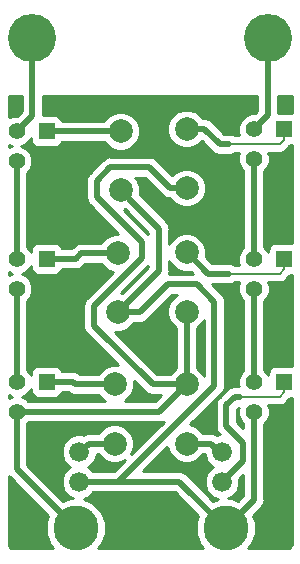
<source format=gbr>
G04 #@! TF.GenerationSoftware,KiCad,Pcbnew,5.0.2-5.fc29*
G04 #@! TF.CreationDate,2019-03-13T23:33:12-07:00*
G04 #@! TF.ProjectId,electroscope_pth,656c6563-7472-46f7-9363-6f70655f7074,rev?*
G04 #@! TF.SameCoordinates,Original*
G04 #@! TF.FileFunction,Copper,L1,Top*
G04 #@! TF.FilePolarity,Positive*
%FSLAX46Y46*%
G04 Gerber Fmt 4.6, Leading zero omitted, Abs format (unit mm)*
G04 Created by KiCad (PCBNEW 5.0.2-5.fc29) date Wed 13 Mar 2019 11:33:12 PM PDT*
%MOMM*%
%LPD*%
G01*
G04 APERTURE LIST*
G04 #@! TA.AperFunction,ComponentPad*
%ADD10C,1.397000*%
G04 #@! TD*
G04 #@! TA.AperFunction,ComponentPad*
%ADD11R,1.397000X1.397000*%
G04 #@! TD*
G04 #@! TA.AperFunction,ComponentPad*
%ADD12C,1.998980*%
G04 #@! TD*
G04 #@! TA.AperFunction,ComponentPad*
%ADD13C,1.676400*%
G04 #@! TD*
G04 #@! TA.AperFunction,ComponentPad*
%ADD14C,4.064000*%
G04 #@! TD*
G04 #@! TA.AperFunction,ComponentPad*
%ADD15C,3.810000*%
G04 #@! TD*
G04 #@! TA.AperFunction,Conductor*
%ADD16C,0.508000*%
G04 #@! TD*
G04 #@! TA.AperFunction,Conductor*
%ADD17C,0.203200*%
G04 #@! TD*
G04 #@! TA.AperFunction,NonConductor*
%ADD18C,0.254000*%
G04 #@! TD*
G04 APERTURE END LIST*
D10*
G04 #@! TO.P,Q5,1*
G04 #@! TO.N,Net-(Q3-Pad2)*
X128412500Y-81346040D03*
G04 #@! TO.P,Q5,2*
G04 #@! TO.N,Net-(Q5-Pad2)*
X128412500Y-78806040D03*
D11*
G04 #@! TO.P,Q5,3*
G04 #@! TO.N,Net-(Q5-Pad3)*
X130952500Y-78806040D03*
G04 #@! TD*
D10*
G04 #@! TO.P,Q2,1*
G04 #@! TO.N,Net-(Q2-Pad1)*
X148511000Y-81153000D03*
G04 #@! TO.P,Q2,2*
G04 #@! TO.N,Net-(Q2-Pad2)*
X148511000Y-78613000D03*
D11*
G04 #@! TO.P,Q2,3*
G04 #@! TO.N,Net-(Q2-Pad3)*
X151051000Y-78613000D03*
G04 #@! TD*
D10*
G04 #@! TO.P,Q1,1*
G04 #@! TO.N,VCC*
X128425200Y-102552500D03*
G04 #@! TO.P,Q1,2*
G04 #@! TO.N,Net-(Q1-Pad2)*
X128425200Y-100012500D03*
D11*
G04 #@! TO.P,Q1,3*
G04 #@! TO.N,Net-(Q1-Pad3)*
X130965200Y-100012500D03*
G04 #@! TD*
D10*
G04 #@! TO.P,Q4,1*
G04 #@! TO.N,Net-(Q4-Pad1)*
X148511000Y-92138500D03*
G04 #@! TO.P,Q4,2*
G04 #@! TO.N,Net-(Q2-Pad1)*
X148511000Y-89598500D03*
D11*
G04 #@! TO.P,Q4,3*
G04 #@! TO.N,Net-(Q4-Pad3)*
X151051000Y-89598500D03*
G04 #@! TD*
D10*
G04 #@! TO.P,Q6,1*
G04 #@! TO.N,GND*
X148511000Y-102552500D03*
G04 #@! TO.P,Q6,2*
G04 #@! TO.N,Net-(Q4-Pad1)*
X148511000Y-100012500D03*
D11*
G04 #@! TO.P,Q6,3*
G04 #@! TO.N,Net-(D2-Pad2)*
X151051000Y-100012500D03*
G04 #@! TD*
G04 #@! TO.P,Q3,3*
G04 #@! TO.N,Net-(Q3-Pad3)*
X130965200Y-89598500D03*
D10*
G04 #@! TO.P,Q3,2*
G04 #@! TO.N,Net-(Q3-Pad2)*
X128425200Y-89598500D03*
G04 #@! TO.P,Q3,1*
G04 #@! TO.N,Net-(Q1-Pad2)*
X128425200Y-92138500D03*
G04 #@! TD*
D12*
G04 #@! TO.P,R3,1*
G04 #@! TO.N,Net-(Q3-Pad3)*
X136969000Y-89131140D03*
G04 #@! TO.P,R3,2*
G04 #@! TO.N,GND*
X136969000Y-94132400D03*
G04 #@! TD*
D13*
G04 #@! TO.P,D1,1*
G04 #@! TO.N,Net-(D1-Pad1)*
X133716000Y-105950000D03*
G04 #@! TO.P,D1,2*
G04 #@! TO.N,GND*
X133716000Y-108490000D03*
G04 #@! TD*
G04 #@! TO.P,D2,1*
G04 #@! TO.N,Net-(D2-Pad1)*
X145812000Y-105950000D03*
G04 #@! TO.P,D2,2*
G04 #@! TO.N,Net-(D2-Pad2)*
X145812000Y-108490000D03*
G04 #@! TD*
D12*
G04 #@! TO.P,R1,1*
G04 #@! TO.N,Net-(Q1-Pad3)*
X136715000Y-100243640D03*
G04 #@! TO.P,R1,2*
G04 #@! TO.N,Net-(D1-Pad1)*
X136715000Y-105244900D03*
G04 #@! TD*
G04 #@! TO.P,R2,1*
G04 #@! TO.N,VCC*
X142811000Y-83601560D03*
G04 #@! TO.P,R2,2*
G04 #@! TO.N,Net-(Q2-Pad3)*
X142811000Y-78600300D03*
G04 #@! TD*
G04 #@! TO.P,R4,1*
G04 #@! TO.N,VCC*
X142811000Y-94066360D03*
G04 #@! TO.P,R4,2*
G04 #@! TO.N,Net-(Q4-Pad3)*
X142811000Y-89065100D03*
G04 #@! TD*
G04 #@! TO.P,R5,1*
G04 #@! TO.N,Net-(Q5-Pad3)*
X137223000Y-78806040D03*
G04 #@! TO.P,R5,2*
G04 #@! TO.N,GND*
X137223000Y-83807300D03*
G04 #@! TD*
G04 #@! TO.P,R6,1*
G04 #@! TO.N,VCC*
X142811000Y-100243640D03*
G04 #@! TO.P,R6,2*
G04 #@! TO.N,Net-(D2-Pad1)*
X142811000Y-105244900D03*
G04 #@! TD*
D14*
G04 #@! TO.P,U1,1*
G04 #@! TO.N,Net-(Q2-Pad2)*
X149705000Y-70866000D03*
G04 #@! TD*
G04 #@! TO.P,U2,1*
G04 #@! TO.N,Net-(Q5-Pad2)*
X129746000Y-70866000D03*
G04 #@! TD*
D15*
G04 #@! TO.P,BT1,2*
G04 #@! TO.N,GND*
X146113500Y-112400200D03*
G04 #@! TO.P,BT1,1*
G04 #@! TO.N,VCC*
X133413500Y-112400200D03*
G04 #@! TD*
D16*
G04 #@! TO.N,VCC*
X142811000Y-94066360D02*
X142811000Y-100243640D01*
X141397508Y-100243640D02*
X142811000Y-100243640D01*
X134937500Y-95250000D02*
X139931140Y-100243640D01*
X134937500Y-93599000D02*
X134937500Y-95250000D01*
X139001500Y-89535000D02*
X134937500Y-93599000D01*
X141397508Y-83601560D02*
X139634748Y-81838800D01*
X135191500Y-82994500D02*
X135191500Y-84391500D01*
X139931140Y-100243640D02*
X141397508Y-100243640D01*
X139634748Y-81838800D02*
X136347200Y-81838800D01*
X142811000Y-83601560D02*
X141397508Y-83601560D01*
X139001500Y-88201500D02*
X139001500Y-89535000D01*
X136347200Y-81838800D02*
X135191500Y-82994500D01*
X135191500Y-84391500D02*
X139001500Y-88201500D01*
X128425200Y-107411900D02*
X128425200Y-102552500D01*
X133413500Y-112400200D02*
X128425200Y-107411900D01*
X140502140Y-102552500D02*
X142811000Y-100243640D01*
X128425200Y-102552500D02*
X140502140Y-102552500D01*
G04 #@! TO.N,GND*
X138222489Y-84806789D02*
X137223000Y-83807300D01*
X140462000Y-87046300D02*
X138222489Y-84806789D01*
X136969000Y-94132400D02*
X138849100Y-94132400D01*
X138849100Y-94132400D02*
X141224000Y-91757500D01*
X141224000Y-91757500D02*
X143700500Y-91757500D01*
X136969000Y-94132400D02*
X140462000Y-90639400D01*
X140462000Y-90639400D02*
X140462000Y-87046300D01*
X145161000Y-93218000D02*
X145161000Y-100339002D01*
X143700500Y-91757500D02*
X145161000Y-93218000D01*
X142203300Y-108490000D02*
X146113500Y-112400200D01*
X133716000Y-108490000D02*
X142203300Y-108490000D01*
X148511000Y-110002700D02*
X148511000Y-102552500D01*
X146113500Y-112400200D02*
X148511000Y-110002700D01*
X137010002Y-108490000D02*
X145161000Y-100339002D01*
X133716000Y-108490000D02*
X137010002Y-108490000D01*
G04 #@! TO.N,Net-(D1-Pad1)*
X136715000Y-105244900D02*
X134531100Y-105244900D01*
X133826000Y-105950000D02*
X133716000Y-105950000D01*
X134531100Y-105244900D02*
X133826000Y-105950000D01*
G04 #@! TO.N,Net-(D2-Pad1)*
X142811000Y-105244900D02*
X144868900Y-105244900D01*
X145574000Y-105950000D02*
X145812000Y-105950000D01*
X144868900Y-105244900D02*
X145574000Y-105950000D01*
D17*
G04 #@! TO.N,Net-(D2-Pad2)*
X151051000Y-100914200D02*
X151051000Y-100012500D01*
X150682700Y-101282500D02*
X151051000Y-100914200D01*
X147320000Y-101282500D02*
X150682700Y-101282500D01*
D16*
X146875500Y-101282500D02*
X147320000Y-101282500D01*
X146177000Y-101981000D02*
X146875500Y-101282500D01*
X145812000Y-108490000D02*
X147574000Y-106728000D01*
X146177000Y-103759000D02*
X146177000Y-101981000D01*
X147574000Y-105156000D02*
X146177000Y-103759000D01*
X147574000Y-106728000D02*
X147574000Y-105156000D01*
G04 #@! TO.N,Net-(Q1-Pad2)*
X128425200Y-92138500D02*
X128425200Y-100012500D01*
G04 #@! TO.N,Net-(Q2-Pad2)*
X149705000Y-77419000D02*
X148511000Y-78613000D01*
X149705000Y-70866000D02*
X149705000Y-77419000D01*
G04 #@! TO.N,Net-(Q3-Pad2)*
X128412500Y-89585800D02*
X128425200Y-89598500D01*
X128412500Y-81346040D02*
X128412500Y-89585800D01*
G04 #@! TO.N,Net-(Q5-Pad2)*
X129746000Y-77472540D02*
X129746000Y-70866000D01*
X128412500Y-78806040D02*
X129746000Y-77472540D01*
G04 #@! TO.N,Net-(Q2-Pad1)*
X148511000Y-89598500D02*
X148511000Y-81153000D01*
G04 #@! TO.N,Net-(Q1-Pad3)*
X130965200Y-100012500D02*
X133159500Y-100012500D01*
X133390640Y-100243640D02*
X136715000Y-100243640D01*
X133159500Y-100012500D02*
X133390640Y-100243640D01*
G04 #@! TO.N,Net-(Q2-Pad3)*
X142811000Y-78600300D02*
X144322800Y-78600300D01*
X144322800Y-78600300D02*
X145605500Y-79883000D01*
D17*
X151051000Y-79514700D02*
X151051000Y-78613000D01*
X150682700Y-79883000D02*
X151051000Y-79514700D01*
X146431000Y-79883000D02*
X150682700Y-79883000D01*
D16*
X146431000Y-79883000D02*
X145605500Y-79883000D01*
G04 #@! TO.N,Net-(Q3-Pad3)*
X130965200Y-89598500D02*
X133413500Y-89598500D01*
X133880860Y-89131140D02*
X136969000Y-89131140D01*
X133413500Y-89598500D02*
X133880860Y-89131140D01*
D17*
G04 #@! TO.N,Net-(Q4-Pad3)*
X151051000Y-90500200D02*
X150682700Y-90868500D01*
X151051000Y-89598500D02*
X151051000Y-90500200D01*
X150682700Y-90868500D02*
X146431000Y-90868500D01*
D16*
X145986500Y-90868500D02*
X146431000Y-90868500D01*
X144614400Y-90868500D02*
X145986500Y-90868500D01*
X142811000Y-89065100D02*
X144614400Y-90868500D01*
G04 #@! TO.N,Net-(Q5-Pad3)*
X130952500Y-78806040D02*
X137223000Y-78806040D01*
G04 #@! TO.N,Net-(Q4-Pad1)*
X148511000Y-92138500D02*
X148511000Y-100012500D01*
G04 #@! TD*
D18*
G36*
X127784267Y-108052833D02*
X127858496Y-108102431D01*
X131101232Y-111345168D01*
X130873500Y-111894962D01*
X130873500Y-112905438D01*
X131260192Y-113838995D01*
X131544197Y-114123000D01*
X128146966Y-114123000D01*
X127957969Y-114085406D01*
X127854937Y-114016563D01*
X127786094Y-113913531D01*
X127748500Y-113724534D01*
X127748500Y-107999304D01*
X127784267Y-108052833D01*
X127784267Y-108052833D01*
G37*
X127784267Y-108052833D02*
X127858496Y-108102431D01*
X131101232Y-111345168D01*
X130873500Y-111894962D01*
X130873500Y-112905438D01*
X131260192Y-113838995D01*
X131544197Y-114123000D01*
X128146966Y-114123000D01*
X127957969Y-114085406D01*
X127854937Y-114016563D01*
X127786094Y-113913531D01*
X127748500Y-113724534D01*
X127748500Y-107999304D01*
X127784267Y-108052833D01*
G36*
X137010002Y-109396416D02*
X137097557Y-109379000D01*
X141835065Y-109379000D01*
X143801232Y-111345168D01*
X143573500Y-111894962D01*
X143573500Y-112905438D01*
X143960192Y-113838995D01*
X144244197Y-114123000D01*
X135282803Y-114123000D01*
X135566808Y-113838995D01*
X135953500Y-112905438D01*
X135953500Y-111894962D01*
X135566808Y-110961405D01*
X134852295Y-110246892D01*
X134088220Y-109930402D01*
X134550501Y-109738919D01*
X134910420Y-109379000D01*
X136922447Y-109379000D01*
X137010002Y-109396416D01*
X137010002Y-109396416D01*
G37*
X137010002Y-109396416D02*
X137097557Y-109379000D01*
X141835065Y-109379000D01*
X143801232Y-111345168D01*
X143573500Y-111894962D01*
X143573500Y-112905438D01*
X143960192Y-113838995D01*
X144244197Y-114123000D01*
X135282803Y-114123000D01*
X135566808Y-113838995D01*
X135953500Y-112905438D01*
X135953500Y-111894962D01*
X135566808Y-110961405D01*
X134852295Y-110246892D01*
X134088220Y-109930402D01*
X134550501Y-109738919D01*
X134910420Y-109379000D01*
X136922447Y-109379000D01*
X137010002Y-109396416D01*
G36*
X151715001Y-113724529D02*
X151677406Y-113913531D01*
X151608563Y-114016563D01*
X151505531Y-114085406D01*
X151316534Y-114123000D01*
X147982803Y-114123000D01*
X148266808Y-113838995D01*
X148653500Y-112905438D01*
X148653500Y-111894962D01*
X148425768Y-111345168D01*
X149077707Y-110693229D01*
X149151933Y-110643633D01*
X149348419Y-110349570D01*
X149400000Y-110090256D01*
X149400000Y-110090255D01*
X149417416Y-110002701D01*
X149400000Y-109915146D01*
X149400000Y-103549354D01*
X149641487Y-103307867D01*
X149844500Y-102817750D01*
X149844500Y-102287250D01*
X149733429Y-102019100D01*
X150610160Y-102019100D01*
X150682700Y-102033529D01*
X150755240Y-102019100D01*
X150755244Y-102019100D01*
X150970107Y-101976361D01*
X151213758Y-101813558D01*
X151254851Y-101752058D01*
X151520558Y-101486351D01*
X151582058Y-101445258D01*
X151640068Y-101358440D01*
X151715001Y-101358440D01*
X151715001Y-113724529D01*
X151715001Y-113724529D01*
G37*
X151715001Y-113724529D02*
X151677406Y-113913531D01*
X151608563Y-114016563D01*
X151505531Y-114085406D01*
X151316534Y-114123000D01*
X147982803Y-114123000D01*
X148266808Y-113838995D01*
X148653500Y-112905438D01*
X148653500Y-111894962D01*
X148425768Y-111345168D01*
X149077707Y-110693229D01*
X149151933Y-110643633D01*
X149348419Y-110349570D01*
X149400000Y-110090256D01*
X149400000Y-110090255D01*
X149417416Y-110002701D01*
X149400000Y-109915146D01*
X149400000Y-103549354D01*
X149641487Y-103307867D01*
X149844500Y-102817750D01*
X149844500Y-102287250D01*
X149733429Y-102019100D01*
X150610160Y-102019100D01*
X150682700Y-102033529D01*
X150755240Y-102019100D01*
X150755244Y-102019100D01*
X150970107Y-101976361D01*
X151213758Y-101813558D01*
X151254851Y-101752058D01*
X151520558Y-101486351D01*
X151582058Y-101445258D01*
X151640068Y-101358440D01*
X151715001Y-101358440D01*
X151715001Y-113724529D01*
G36*
X141425346Y-106170764D02*
X141885136Y-106630554D01*
X142485880Y-106879390D01*
X143136120Y-106879390D01*
X143736864Y-106630554D01*
X144196654Y-106170764D01*
X144211924Y-106133900D01*
X144338800Y-106133900D01*
X144338800Y-106243038D01*
X144563081Y-106784501D01*
X144977499Y-107198919D01*
X145028393Y-107220000D01*
X144977499Y-107241081D01*
X144563081Y-107655499D01*
X144338800Y-108196962D01*
X144338800Y-108783038D01*
X144563081Y-109324501D01*
X144977499Y-109738919D01*
X145439280Y-109930195D01*
X145058468Y-110087932D01*
X142893831Y-107923296D01*
X142844233Y-107849067D01*
X142550170Y-107652581D01*
X142290856Y-107601000D01*
X142290855Y-107601000D01*
X142203300Y-107583584D01*
X142115745Y-107601000D01*
X139156237Y-107601000D01*
X141179646Y-105577591D01*
X141425346Y-106170764D01*
X141425346Y-106170764D01*
G37*
X141425346Y-106170764D02*
X141885136Y-106630554D01*
X142485880Y-106879390D01*
X143136120Y-106879390D01*
X143736864Y-106630554D01*
X144196654Y-106170764D01*
X144211924Y-106133900D01*
X144338800Y-106133900D01*
X144338800Y-106243038D01*
X144563081Y-106784501D01*
X144977499Y-107198919D01*
X145028393Y-107220000D01*
X144977499Y-107241081D01*
X144563081Y-107655499D01*
X144338800Y-108196962D01*
X144338800Y-108783038D01*
X144563081Y-109324501D01*
X144977499Y-109738919D01*
X145439280Y-109930195D01*
X145058468Y-110087932D01*
X142893831Y-107923296D01*
X142844233Y-107849067D01*
X142550170Y-107652581D01*
X142290856Y-107601000D01*
X142290855Y-107601000D01*
X142203300Y-107583584D01*
X142115745Y-107601000D01*
X139156237Y-107601000D01*
X141179646Y-105577591D01*
X141425346Y-106170764D01*
G36*
X147622000Y-109634464D02*
X147168532Y-110087932D01*
X146618738Y-109860200D01*
X146353702Y-109860200D01*
X146646501Y-109738919D01*
X147060919Y-109324501D01*
X147285200Y-108783038D01*
X147285200Y-108274035D01*
X147622000Y-107937235D01*
X147622000Y-109634464D01*
X147622000Y-109634464D01*
G37*
X147622000Y-109634464D02*
X147168532Y-110087932D01*
X146618738Y-109860200D01*
X146353702Y-109860200D01*
X146646501Y-109738919D01*
X147060919Y-109324501D01*
X147285200Y-108783038D01*
X147285200Y-108274035D01*
X147622000Y-107937235D01*
X147622000Y-109634464D01*
G36*
X138120913Y-106121853D02*
X138349490Y-105570020D01*
X138349490Y-104919780D01*
X138100654Y-104319036D01*
X137640864Y-103859246D01*
X137040120Y-103610410D01*
X136389880Y-103610410D01*
X135789136Y-103859246D01*
X135329346Y-104319036D01*
X135314076Y-104355900D01*
X134618655Y-104355900D01*
X134531100Y-104338484D01*
X134443545Y-104355900D01*
X134443544Y-104355900D01*
X134184230Y-104407481D01*
X134053144Y-104495069D01*
X134009038Y-104476800D01*
X133422962Y-104476800D01*
X132881499Y-104701081D01*
X132467081Y-105115499D01*
X132242800Y-105656962D01*
X132242800Y-106243038D01*
X132467081Y-106784501D01*
X132881499Y-107198919D01*
X132932393Y-107220000D01*
X132881499Y-107241081D01*
X132467081Y-107655499D01*
X132242800Y-108196962D01*
X132242800Y-108783038D01*
X132467081Y-109324501D01*
X132881499Y-109738919D01*
X133174298Y-109860200D01*
X132908262Y-109860200D01*
X132358468Y-110087932D01*
X129314200Y-107043665D01*
X129314200Y-103549354D01*
X129422054Y-103441500D01*
X140414585Y-103441500D01*
X140502140Y-103458916D01*
X140589695Y-103441500D01*
X140589696Y-103441500D01*
X140849010Y-103389919D01*
X140860575Y-103382192D01*
X138120913Y-106121853D01*
X138120913Y-106121853D01*
G37*
X138120913Y-106121853D02*
X138349490Y-105570020D01*
X138349490Y-104919780D01*
X138100654Y-104319036D01*
X137640864Y-103859246D01*
X137040120Y-103610410D01*
X136389880Y-103610410D01*
X135789136Y-103859246D01*
X135329346Y-104319036D01*
X135314076Y-104355900D01*
X134618655Y-104355900D01*
X134531100Y-104338484D01*
X134443545Y-104355900D01*
X134443544Y-104355900D01*
X134184230Y-104407481D01*
X134053144Y-104495069D01*
X134009038Y-104476800D01*
X133422962Y-104476800D01*
X132881499Y-104701081D01*
X132467081Y-105115499D01*
X132242800Y-105656962D01*
X132242800Y-106243038D01*
X132467081Y-106784501D01*
X132881499Y-107198919D01*
X132932393Y-107220000D01*
X132881499Y-107241081D01*
X132467081Y-107655499D01*
X132242800Y-108196962D01*
X132242800Y-108783038D01*
X132467081Y-109324501D01*
X132881499Y-109738919D01*
X133174298Y-109860200D01*
X132908262Y-109860200D01*
X132358468Y-110087932D01*
X129314200Y-107043665D01*
X129314200Y-103549354D01*
X129422054Y-103441500D01*
X140414585Y-103441500D01*
X140502140Y-103458916D01*
X140589695Y-103441500D01*
X140589696Y-103441500D01*
X140849010Y-103389919D01*
X140860575Y-103382192D01*
X138120913Y-106121853D01*
G36*
X135329346Y-106170764D02*
X135789136Y-106630554D01*
X136389880Y-106879390D01*
X137040120Y-106879390D01*
X137591953Y-106650813D01*
X136641767Y-107601000D01*
X134910420Y-107601000D01*
X134550501Y-107241081D01*
X134499607Y-107220000D01*
X134550501Y-107198919D01*
X134964919Y-106784501D01*
X135189200Y-106243038D01*
X135189200Y-106133900D01*
X135314076Y-106133900D01*
X135329346Y-106170764D01*
X135329346Y-106170764D01*
G37*
X135329346Y-106170764D02*
X135789136Y-106630554D01*
X136389880Y-106879390D01*
X137040120Y-106879390D01*
X137591953Y-106650813D01*
X136641767Y-107601000D01*
X134910420Y-107601000D01*
X134550501Y-107241081D01*
X134499607Y-107220000D01*
X134550501Y-107198919D01*
X134964919Y-106784501D01*
X135189200Y-106243038D01*
X135189200Y-106133900D01*
X135314076Y-106133900D01*
X135329346Y-106170764D01*
G36*
X147177500Y-91873250D02*
X147177500Y-92403750D01*
X147380513Y-92893867D01*
X147622000Y-93135354D01*
X147622001Y-99015645D01*
X147380513Y-99257133D01*
X147177500Y-99747250D01*
X147177500Y-100277750D01*
X147225445Y-100393500D01*
X146963054Y-100393500D01*
X146875499Y-100376084D01*
X146787944Y-100393500D01*
X146528630Y-100445081D01*
X146234567Y-100641567D01*
X146184970Y-100715794D01*
X145610294Y-101290471D01*
X145536068Y-101340067D01*
X145486472Y-101414293D01*
X145486471Y-101414294D01*
X145339582Y-101634130D01*
X145270584Y-101981000D01*
X145288001Y-102068559D01*
X145288000Y-103671445D01*
X145270584Y-103759000D01*
X145288000Y-103846555D01*
X145339581Y-104105869D01*
X145536067Y-104399933D01*
X145610296Y-104449531D01*
X145637565Y-104476800D01*
X145518962Y-104476800D01*
X145395839Y-104527799D01*
X145215770Y-104407481D01*
X144956456Y-104355900D01*
X144956455Y-104355900D01*
X144868900Y-104338484D01*
X144781345Y-104355900D01*
X144211924Y-104355900D01*
X144196654Y-104319036D01*
X143736864Y-103859246D01*
X143143691Y-103613546D01*
X145727707Y-101029531D01*
X145801933Y-100979935D01*
X145998419Y-100685872D01*
X146050000Y-100426558D01*
X146050000Y-100426557D01*
X146067416Y-100339002D01*
X146050000Y-100251447D01*
X146050000Y-93305555D01*
X146067416Y-93218000D01*
X146050000Y-93130444D01*
X145998419Y-92871130D01*
X145801933Y-92577067D01*
X145727707Y-92527471D01*
X144957735Y-91757500D01*
X146518556Y-91757500D01*
X146777870Y-91705919D01*
X146928757Y-91605100D01*
X147288571Y-91605100D01*
X147177500Y-91873250D01*
X147177500Y-91873250D01*
G37*
X147177500Y-91873250D02*
X147177500Y-92403750D01*
X147380513Y-92893867D01*
X147622000Y-93135354D01*
X147622001Y-99015645D01*
X147380513Y-99257133D01*
X147177500Y-99747250D01*
X147177500Y-100277750D01*
X147225445Y-100393500D01*
X146963054Y-100393500D01*
X146875499Y-100376084D01*
X146787944Y-100393500D01*
X146528630Y-100445081D01*
X146234567Y-100641567D01*
X146184970Y-100715794D01*
X145610294Y-101290471D01*
X145536068Y-101340067D01*
X145486472Y-101414293D01*
X145486471Y-101414294D01*
X145339582Y-101634130D01*
X145270584Y-101981000D01*
X145288001Y-102068559D01*
X145288000Y-103671445D01*
X145270584Y-103759000D01*
X145288000Y-103846555D01*
X145339581Y-104105869D01*
X145536067Y-104399933D01*
X145610296Y-104449531D01*
X145637565Y-104476800D01*
X145518962Y-104476800D01*
X145395839Y-104527799D01*
X145215770Y-104407481D01*
X144956456Y-104355900D01*
X144956455Y-104355900D01*
X144868900Y-104338484D01*
X144781345Y-104355900D01*
X144211924Y-104355900D01*
X144196654Y-104319036D01*
X143736864Y-103859246D01*
X143143691Y-103613546D01*
X145727707Y-101029531D01*
X145801933Y-100979935D01*
X145998419Y-100685872D01*
X146050000Y-100426558D01*
X146050000Y-100426557D01*
X146067416Y-100339002D01*
X146050000Y-100251447D01*
X146050000Y-93305555D01*
X146067416Y-93218000D01*
X146050000Y-93130444D01*
X145998419Y-92871130D01*
X145801933Y-92577067D01*
X145727707Y-92527471D01*
X144957735Y-91757500D01*
X146518556Y-91757500D01*
X146777870Y-91705919D01*
X146928757Y-91605100D01*
X147288571Y-91605100D01*
X147177500Y-91873250D01*
G36*
X147177500Y-102287250D02*
X147177500Y-102817750D01*
X147380513Y-103307867D01*
X147622001Y-103549355D01*
X147622001Y-103946765D01*
X147066000Y-103390765D01*
X147066000Y-102349235D01*
X147212512Y-102202724D01*
X147177500Y-102287250D01*
X147177500Y-102287250D01*
G37*
X147177500Y-102287250D02*
X147177500Y-102817750D01*
X147380513Y-103307867D01*
X147622001Y-103549355D01*
X147622001Y-103946765D01*
X147066000Y-103390765D01*
X147066000Y-102349235D01*
X147212512Y-102202724D01*
X147177500Y-102287250D01*
G36*
X129619260Y-100711000D02*
X129668543Y-100958765D01*
X129808891Y-101168809D01*
X130018935Y-101309157D01*
X130266700Y-101358440D01*
X131663700Y-101358440D01*
X131911465Y-101309157D01*
X132121509Y-101168809D01*
X132261857Y-100958765D01*
X132273248Y-100901500D01*
X132775040Y-100901500D01*
X133043770Y-101081059D01*
X133303084Y-101132640D01*
X133303088Y-101132640D01*
X133390639Y-101150055D01*
X133478190Y-101132640D01*
X135314076Y-101132640D01*
X135329346Y-101169504D01*
X135789136Y-101629294D01*
X135871717Y-101663500D01*
X129422054Y-101663500D01*
X129180567Y-101422013D01*
X128843753Y-101282500D01*
X129180567Y-101142987D01*
X129555687Y-100767867D01*
X129619260Y-100614388D01*
X129619260Y-100711000D01*
X129619260Y-100711000D01*
G37*
X129619260Y-100711000D02*
X129668543Y-100958765D01*
X129808891Y-101168809D01*
X130018935Y-101309157D01*
X130266700Y-101358440D01*
X131663700Y-101358440D01*
X131911465Y-101309157D01*
X132121509Y-101168809D01*
X132261857Y-100958765D01*
X132273248Y-100901500D01*
X132775040Y-100901500D01*
X133043770Y-101081059D01*
X133303084Y-101132640D01*
X133303088Y-101132640D01*
X133390639Y-101150055D01*
X133478190Y-101132640D01*
X135314076Y-101132640D01*
X135329346Y-101169504D01*
X135789136Y-101629294D01*
X135871717Y-101663500D01*
X129422054Y-101663500D01*
X129180567Y-101422013D01*
X128843753Y-101282500D01*
X129180567Y-101142987D01*
X129555687Y-100767867D01*
X129619260Y-100614388D01*
X129619260Y-100711000D01*
G36*
X139240611Y-100810347D02*
X139290207Y-100884573D01*
X139584270Y-101081059D01*
X139843584Y-101132640D01*
X139843588Y-101132640D01*
X139931139Y-101150055D01*
X140018690Y-101132640D01*
X140664765Y-101132640D01*
X140133905Y-101663500D01*
X137558283Y-101663500D01*
X137640864Y-101629294D01*
X138100654Y-101169504D01*
X138349490Y-100568760D01*
X138349490Y-99919226D01*
X139240611Y-100810347D01*
X139240611Y-100810347D01*
G37*
X139240611Y-100810347D02*
X139290207Y-100884573D01*
X139584270Y-101081059D01*
X139843584Y-101132640D01*
X139843588Y-101132640D01*
X139931139Y-101150055D01*
X140018690Y-101132640D01*
X140664765Y-101132640D01*
X140133905Y-101663500D01*
X137558283Y-101663500D01*
X137640864Y-101629294D01*
X138100654Y-101169504D01*
X138349490Y-100568760D01*
X138349490Y-99919226D01*
X139240611Y-100810347D01*
G36*
X128006647Y-101282500D02*
X127748500Y-101389428D01*
X127748500Y-101175572D01*
X128006647Y-101282500D01*
X128006647Y-101282500D01*
G37*
X128006647Y-101282500D02*
X127748500Y-101389428D01*
X127748500Y-101175572D01*
X128006647Y-101282500D01*
G36*
X144272001Y-99499680D02*
X144196654Y-99317776D01*
X143736864Y-98857986D01*
X143700000Y-98842716D01*
X143700000Y-95467284D01*
X143736864Y-95452014D01*
X144196654Y-94992224D01*
X144272000Y-94810322D01*
X144272001Y-99499680D01*
X144272001Y-99499680D01*
G37*
X144272001Y-99499680D02*
X144196654Y-99317776D01*
X143736864Y-98857986D01*
X143700000Y-98842716D01*
X143700000Y-95467284D01*
X143736864Y-95452014D01*
X144196654Y-94992224D01*
X144272000Y-94810322D01*
X144272001Y-99499680D01*
G36*
X135583346Y-90057004D02*
X136043136Y-90516794D01*
X136551782Y-90727482D01*
X134370796Y-92908469D01*
X134296567Y-92958067D01*
X134100081Y-93252131D01*
X134091558Y-93294981D01*
X134031084Y-93599000D01*
X134048500Y-93686555D01*
X134048501Y-95162441D01*
X134031084Y-95250000D01*
X134071268Y-95452014D01*
X134100082Y-95596870D01*
X134296568Y-95890933D01*
X134370794Y-95940529D01*
X137039414Y-98609150D01*
X136389880Y-98609150D01*
X135789136Y-98857986D01*
X135329346Y-99317776D01*
X135314076Y-99354640D01*
X133775100Y-99354640D01*
X133506370Y-99175081D01*
X133247056Y-99123500D01*
X133247055Y-99123500D01*
X133159500Y-99106084D01*
X133071945Y-99123500D01*
X132273248Y-99123500D01*
X132261857Y-99066235D01*
X132121509Y-98856191D01*
X131911465Y-98715843D01*
X131663700Y-98666560D01*
X130266700Y-98666560D01*
X130018935Y-98715843D01*
X129808891Y-98856191D01*
X129668543Y-99066235D01*
X129619260Y-99314000D01*
X129619260Y-99410612D01*
X129555687Y-99257133D01*
X129314200Y-99015646D01*
X129314200Y-93135354D01*
X129555687Y-92893867D01*
X129758700Y-92403750D01*
X129758700Y-91873250D01*
X129555687Y-91383133D01*
X129180567Y-91008013D01*
X128843753Y-90868500D01*
X129180567Y-90728987D01*
X129555687Y-90353867D01*
X129619260Y-90200388D01*
X129619260Y-90297000D01*
X129668543Y-90544765D01*
X129808891Y-90754809D01*
X130018935Y-90895157D01*
X130266700Y-90944440D01*
X131663700Y-90944440D01*
X131911465Y-90895157D01*
X132121509Y-90754809D01*
X132261857Y-90544765D01*
X132273248Y-90487500D01*
X133325945Y-90487500D01*
X133413500Y-90504916D01*
X133501055Y-90487500D01*
X133501056Y-90487500D01*
X133760370Y-90435919D01*
X134054433Y-90239433D01*
X134104031Y-90165204D01*
X134249095Y-90020140D01*
X135568076Y-90020140D01*
X135583346Y-90057004D01*
X135583346Y-90057004D01*
G37*
X135583346Y-90057004D02*
X136043136Y-90516794D01*
X136551782Y-90727482D01*
X134370796Y-92908469D01*
X134296567Y-92958067D01*
X134100081Y-93252131D01*
X134091558Y-93294981D01*
X134031084Y-93599000D01*
X134048500Y-93686555D01*
X134048501Y-95162441D01*
X134031084Y-95250000D01*
X134071268Y-95452014D01*
X134100082Y-95596870D01*
X134296568Y-95890933D01*
X134370794Y-95940529D01*
X137039414Y-98609150D01*
X136389880Y-98609150D01*
X135789136Y-98857986D01*
X135329346Y-99317776D01*
X135314076Y-99354640D01*
X133775100Y-99354640D01*
X133506370Y-99175081D01*
X133247056Y-99123500D01*
X133247055Y-99123500D01*
X133159500Y-99106084D01*
X133071945Y-99123500D01*
X132273248Y-99123500D01*
X132261857Y-99066235D01*
X132121509Y-98856191D01*
X131911465Y-98715843D01*
X131663700Y-98666560D01*
X130266700Y-98666560D01*
X130018935Y-98715843D01*
X129808891Y-98856191D01*
X129668543Y-99066235D01*
X129619260Y-99314000D01*
X129619260Y-99410612D01*
X129555687Y-99257133D01*
X129314200Y-99015646D01*
X129314200Y-93135354D01*
X129555687Y-92893867D01*
X129758700Y-92403750D01*
X129758700Y-91873250D01*
X129555687Y-91383133D01*
X129180567Y-91008013D01*
X128843753Y-90868500D01*
X129180567Y-90728987D01*
X129555687Y-90353867D01*
X129619260Y-90200388D01*
X129619260Y-90297000D01*
X129668543Y-90544765D01*
X129808891Y-90754809D01*
X130018935Y-90895157D01*
X130266700Y-90944440D01*
X131663700Y-90944440D01*
X131911465Y-90895157D01*
X132121509Y-90754809D01*
X132261857Y-90544765D01*
X132273248Y-90487500D01*
X133325945Y-90487500D01*
X133413500Y-90504916D01*
X133501055Y-90487500D01*
X133501056Y-90487500D01*
X133760370Y-90435919D01*
X134054433Y-90239433D01*
X134104031Y-90165204D01*
X134249095Y-90020140D01*
X135568076Y-90020140D01*
X135583346Y-90057004D01*
G36*
X151715001Y-98666560D02*
X150352500Y-98666560D01*
X150104735Y-98715843D01*
X149894691Y-98856191D01*
X149754343Y-99066235D01*
X149705060Y-99314000D01*
X149705060Y-99410612D01*
X149641487Y-99257133D01*
X149400000Y-99015646D01*
X149400000Y-93135354D01*
X149641487Y-92893867D01*
X149844500Y-92403750D01*
X149844500Y-91873250D01*
X149733429Y-91605100D01*
X150610160Y-91605100D01*
X150682700Y-91619529D01*
X150755240Y-91605100D01*
X150755244Y-91605100D01*
X150970107Y-91562361D01*
X151213758Y-91399558D01*
X151254851Y-91338058D01*
X151520558Y-91072351D01*
X151582058Y-91031258D01*
X151640068Y-90944440D01*
X151715000Y-90944440D01*
X151715001Y-98666560D01*
X151715001Y-98666560D01*
G37*
X151715001Y-98666560D02*
X150352500Y-98666560D01*
X150104735Y-98715843D01*
X149894691Y-98856191D01*
X149754343Y-99066235D01*
X149705060Y-99314000D01*
X149705060Y-99410612D01*
X149641487Y-99257133D01*
X149400000Y-99015646D01*
X149400000Y-93135354D01*
X149641487Y-92893867D01*
X149844500Y-92403750D01*
X149844500Y-91873250D01*
X149733429Y-91605100D01*
X150610160Y-91605100D01*
X150682700Y-91619529D01*
X150755240Y-91605100D01*
X150755244Y-91605100D01*
X150970107Y-91562361D01*
X151213758Y-91399558D01*
X151254851Y-91338058D01*
X151520558Y-91072351D01*
X151582058Y-91031258D01*
X151640068Y-90944440D01*
X151715000Y-90944440D01*
X151715001Y-98666560D01*
G36*
X141885136Y-92680706D02*
X141425346Y-93140496D01*
X141176510Y-93741240D01*
X141176510Y-94391480D01*
X141425346Y-94992224D01*
X141885136Y-95452014D01*
X141922000Y-95467284D01*
X141922001Y-98842716D01*
X141885136Y-98857986D01*
X141425346Y-99317776D01*
X141410076Y-99354640D01*
X140299376Y-99354640D01*
X136711625Y-95766890D01*
X137294120Y-95766890D01*
X137894864Y-95518054D01*
X138354654Y-95058264D01*
X138369924Y-95021400D01*
X138761545Y-95021400D01*
X138849100Y-95038816D01*
X138936655Y-95021400D01*
X138936656Y-95021400D01*
X139195970Y-94969819D01*
X139490033Y-94773333D01*
X139539631Y-94699104D01*
X141592236Y-92646500D01*
X141967717Y-92646500D01*
X141885136Y-92680706D01*
X141885136Y-92680706D01*
G37*
X141885136Y-92680706D02*
X141425346Y-93140496D01*
X141176510Y-93741240D01*
X141176510Y-94391480D01*
X141425346Y-94992224D01*
X141885136Y-95452014D01*
X141922000Y-95467284D01*
X141922001Y-98842716D01*
X141885136Y-98857986D01*
X141425346Y-99317776D01*
X141410076Y-99354640D01*
X140299376Y-99354640D01*
X136711625Y-95766890D01*
X137294120Y-95766890D01*
X137894864Y-95518054D01*
X138354654Y-95058264D01*
X138369924Y-95021400D01*
X138761545Y-95021400D01*
X138849100Y-95038816D01*
X138936655Y-95021400D01*
X138936656Y-95021400D01*
X139195970Y-94969819D01*
X139490033Y-94773333D01*
X139539631Y-94699104D01*
X141592236Y-92646500D01*
X141967717Y-92646500D01*
X141885136Y-92680706D01*
G36*
X139573000Y-90271164D02*
X137330985Y-92513180D01*
X137295326Y-92498410D01*
X139568207Y-90225529D01*
X139573000Y-90222326D01*
X139573000Y-90271164D01*
X139573000Y-90271164D01*
G37*
X139573000Y-90271164D02*
X137330985Y-92513180D01*
X137295326Y-92498410D01*
X139568207Y-90225529D01*
X139573000Y-90222326D01*
X139573000Y-90271164D01*
G36*
X128006647Y-90868500D02*
X127748500Y-90975428D01*
X127748500Y-90761572D01*
X128006647Y-90868500D01*
X128006647Y-90868500D01*
G37*
X128006647Y-90868500D02*
X127748500Y-90975428D01*
X127748500Y-90761572D01*
X128006647Y-90868500D01*
G36*
X141425346Y-89990964D02*
X141885136Y-90450754D01*
X142485880Y-90699590D01*
X143136120Y-90699590D01*
X143172985Y-90684320D01*
X143357164Y-90868500D01*
X141322845Y-90868500D01*
X141351000Y-90726956D01*
X141351000Y-90726955D01*
X141368416Y-90639400D01*
X141351000Y-90551845D01*
X141351000Y-89811477D01*
X141425346Y-89990964D01*
X141425346Y-89990964D01*
G37*
X141425346Y-89990964D02*
X141885136Y-90450754D01*
X142485880Y-90699590D01*
X143136120Y-90699590D01*
X143172985Y-90684320D01*
X143357164Y-90868500D01*
X141322845Y-90868500D01*
X141351000Y-90726956D01*
X141351000Y-90726955D01*
X141368416Y-90639400D01*
X141351000Y-90551845D01*
X141351000Y-89811477D01*
X141425346Y-89990964D01*
G36*
X148816001Y-77050763D02*
X148587264Y-77279500D01*
X148245750Y-77279500D01*
X147755633Y-77482513D01*
X147380513Y-77857633D01*
X147177500Y-78347750D01*
X147177500Y-78878250D01*
X147288571Y-79146400D01*
X146928757Y-79146400D01*
X146777870Y-79045581D01*
X146518556Y-78994000D01*
X145973736Y-78994000D01*
X145013331Y-78033596D01*
X144963733Y-77959367D01*
X144669670Y-77762881D01*
X144410356Y-77711300D01*
X144410355Y-77711300D01*
X144322800Y-77693884D01*
X144235245Y-77711300D01*
X144211924Y-77711300D01*
X144196654Y-77674436D01*
X143736864Y-77214646D01*
X143136120Y-76965810D01*
X142485880Y-76965810D01*
X141885136Y-77214646D01*
X141425346Y-77674436D01*
X141176510Y-78275180D01*
X141176510Y-78925420D01*
X141425346Y-79526164D01*
X141885136Y-79985954D01*
X142485880Y-80234790D01*
X143136120Y-80234790D01*
X143736864Y-79985954D01*
X144094041Y-79628777D01*
X144914971Y-80449707D01*
X144964567Y-80523933D01*
X145258630Y-80720419D01*
X145517944Y-80772000D01*
X145517945Y-80772000D01*
X145605500Y-80789416D01*
X145693055Y-80772000D01*
X146518556Y-80772000D01*
X146777870Y-80720419D01*
X146928757Y-80619600D01*
X147288571Y-80619600D01*
X147177500Y-80887750D01*
X147177500Y-81418250D01*
X147380513Y-81908367D01*
X147622001Y-82149855D01*
X147622000Y-88601646D01*
X147380513Y-88843133D01*
X147177500Y-89333250D01*
X147177500Y-89863750D01*
X147288571Y-90131900D01*
X146928757Y-90131900D01*
X146777870Y-90031081D01*
X146518556Y-89979500D01*
X144982636Y-89979500D01*
X144430220Y-89427085D01*
X144445490Y-89390220D01*
X144445490Y-88739980D01*
X144196654Y-88139236D01*
X143736864Y-87679446D01*
X143136120Y-87430610D01*
X142485880Y-87430610D01*
X141885136Y-87679446D01*
X141425346Y-88139236D01*
X141351000Y-88318723D01*
X141351000Y-87133855D01*
X141368416Y-87046300D01*
X141351000Y-86958744D01*
X141299419Y-86699430D01*
X141102933Y-86405367D01*
X141028707Y-86355771D01*
X138913020Y-84240085D01*
X138913018Y-84240082D01*
X138842220Y-84169284D01*
X138857490Y-84132420D01*
X138857490Y-83482180D01*
X138608654Y-82881436D01*
X138455018Y-82727800D01*
X139266513Y-82727800D01*
X140706979Y-84168267D01*
X140756575Y-84242493D01*
X141050638Y-84438979D01*
X141309952Y-84490560D01*
X141397507Y-84507976D01*
X141415784Y-84504340D01*
X141425346Y-84527424D01*
X141885136Y-84987214D01*
X142485880Y-85236050D01*
X143136120Y-85236050D01*
X143736864Y-84987214D01*
X144196654Y-84527424D01*
X144445490Y-83926680D01*
X144445490Y-83276440D01*
X144196654Y-82675696D01*
X143736864Y-82215906D01*
X143136120Y-81967070D01*
X142485880Y-81967070D01*
X141885136Y-82215906D01*
X141577113Y-82523929D01*
X140325279Y-81272096D01*
X140275681Y-81197867D01*
X139981618Y-81001381D01*
X139722304Y-80949800D01*
X139722303Y-80949800D01*
X139634748Y-80932384D01*
X139547193Y-80949800D01*
X136434756Y-80949800D01*
X136347200Y-80932384D01*
X136000329Y-81001381D01*
X135801983Y-81133912D01*
X135706267Y-81197867D01*
X135656671Y-81272094D01*
X134624796Y-82303969D01*
X134550567Y-82353567D01*
X134354081Y-82647631D01*
X134330906Y-82764141D01*
X134285084Y-82994500D01*
X134302500Y-83082055D01*
X134302501Y-84303941D01*
X134285084Y-84391500D01*
X134353046Y-84733164D01*
X134354082Y-84738370D01*
X134550568Y-85032433D01*
X134624794Y-85082029D01*
X137039414Y-87496650D01*
X136643880Y-87496650D01*
X136043136Y-87745486D01*
X135583346Y-88205276D01*
X135568076Y-88242140D01*
X133968415Y-88242140D01*
X133880860Y-88224724D01*
X133793305Y-88242140D01*
X133793304Y-88242140D01*
X133533990Y-88293721D01*
X133239927Y-88490207D01*
X133190329Y-88564436D01*
X133045265Y-88709500D01*
X132273248Y-88709500D01*
X132261857Y-88652235D01*
X132121509Y-88442191D01*
X131911465Y-88301843D01*
X131663700Y-88252560D01*
X130266700Y-88252560D01*
X130018935Y-88301843D01*
X129808891Y-88442191D01*
X129668543Y-88652235D01*
X129619260Y-88900000D01*
X129619260Y-88996612D01*
X129555687Y-88843133D01*
X129301500Y-88588946D01*
X129301500Y-82342894D01*
X129542987Y-82101407D01*
X129746000Y-81611290D01*
X129746000Y-81080790D01*
X129542987Y-80590673D01*
X129167867Y-80215553D01*
X128831053Y-80076040D01*
X129167867Y-79936527D01*
X129542987Y-79561407D01*
X129606560Y-79407928D01*
X129606560Y-79504540D01*
X129655843Y-79752305D01*
X129796191Y-79962349D01*
X130006235Y-80102697D01*
X130254000Y-80151980D01*
X131651000Y-80151980D01*
X131898765Y-80102697D01*
X132108809Y-79962349D01*
X132249157Y-79752305D01*
X132260548Y-79695040D01*
X135822076Y-79695040D01*
X135837346Y-79731904D01*
X136297136Y-80191694D01*
X136897880Y-80440530D01*
X137548120Y-80440530D01*
X138148864Y-80191694D01*
X138608654Y-79731904D01*
X138857490Y-79131160D01*
X138857490Y-78480920D01*
X138608654Y-77880176D01*
X138148864Y-77420386D01*
X137548120Y-77171550D01*
X136897880Y-77171550D01*
X136297136Y-77420386D01*
X135837346Y-77880176D01*
X135822076Y-77917040D01*
X132260548Y-77917040D01*
X132249157Y-77859775D01*
X132108809Y-77649731D01*
X131898765Y-77509383D01*
X131651000Y-77460100D01*
X130649941Y-77460100D01*
X130635000Y-77384985D01*
X130635000Y-75819000D01*
X148816001Y-75819000D01*
X148816001Y-77050763D01*
X148816001Y-77050763D01*
G37*
X148816001Y-77050763D02*
X148587264Y-77279500D01*
X148245750Y-77279500D01*
X147755633Y-77482513D01*
X147380513Y-77857633D01*
X147177500Y-78347750D01*
X147177500Y-78878250D01*
X147288571Y-79146400D01*
X146928757Y-79146400D01*
X146777870Y-79045581D01*
X146518556Y-78994000D01*
X145973736Y-78994000D01*
X145013331Y-78033596D01*
X144963733Y-77959367D01*
X144669670Y-77762881D01*
X144410356Y-77711300D01*
X144410355Y-77711300D01*
X144322800Y-77693884D01*
X144235245Y-77711300D01*
X144211924Y-77711300D01*
X144196654Y-77674436D01*
X143736864Y-77214646D01*
X143136120Y-76965810D01*
X142485880Y-76965810D01*
X141885136Y-77214646D01*
X141425346Y-77674436D01*
X141176510Y-78275180D01*
X141176510Y-78925420D01*
X141425346Y-79526164D01*
X141885136Y-79985954D01*
X142485880Y-80234790D01*
X143136120Y-80234790D01*
X143736864Y-79985954D01*
X144094041Y-79628777D01*
X144914971Y-80449707D01*
X144964567Y-80523933D01*
X145258630Y-80720419D01*
X145517944Y-80772000D01*
X145517945Y-80772000D01*
X145605500Y-80789416D01*
X145693055Y-80772000D01*
X146518556Y-80772000D01*
X146777870Y-80720419D01*
X146928757Y-80619600D01*
X147288571Y-80619600D01*
X147177500Y-80887750D01*
X147177500Y-81418250D01*
X147380513Y-81908367D01*
X147622001Y-82149855D01*
X147622000Y-88601646D01*
X147380513Y-88843133D01*
X147177500Y-89333250D01*
X147177500Y-89863750D01*
X147288571Y-90131900D01*
X146928757Y-90131900D01*
X146777870Y-90031081D01*
X146518556Y-89979500D01*
X144982636Y-89979500D01*
X144430220Y-89427085D01*
X144445490Y-89390220D01*
X144445490Y-88739980D01*
X144196654Y-88139236D01*
X143736864Y-87679446D01*
X143136120Y-87430610D01*
X142485880Y-87430610D01*
X141885136Y-87679446D01*
X141425346Y-88139236D01*
X141351000Y-88318723D01*
X141351000Y-87133855D01*
X141368416Y-87046300D01*
X141351000Y-86958744D01*
X141299419Y-86699430D01*
X141102933Y-86405367D01*
X141028707Y-86355771D01*
X138913020Y-84240085D01*
X138913018Y-84240082D01*
X138842220Y-84169284D01*
X138857490Y-84132420D01*
X138857490Y-83482180D01*
X138608654Y-82881436D01*
X138455018Y-82727800D01*
X139266513Y-82727800D01*
X140706979Y-84168267D01*
X140756575Y-84242493D01*
X141050638Y-84438979D01*
X141309952Y-84490560D01*
X141397507Y-84507976D01*
X141415784Y-84504340D01*
X141425346Y-84527424D01*
X141885136Y-84987214D01*
X142485880Y-85236050D01*
X143136120Y-85236050D01*
X143736864Y-84987214D01*
X144196654Y-84527424D01*
X144445490Y-83926680D01*
X144445490Y-83276440D01*
X144196654Y-82675696D01*
X143736864Y-82215906D01*
X143136120Y-81967070D01*
X142485880Y-81967070D01*
X141885136Y-82215906D01*
X141577113Y-82523929D01*
X140325279Y-81272096D01*
X140275681Y-81197867D01*
X139981618Y-81001381D01*
X139722304Y-80949800D01*
X139722303Y-80949800D01*
X139634748Y-80932384D01*
X139547193Y-80949800D01*
X136434756Y-80949800D01*
X136347200Y-80932384D01*
X136000329Y-81001381D01*
X135801983Y-81133912D01*
X135706267Y-81197867D01*
X135656671Y-81272094D01*
X134624796Y-82303969D01*
X134550567Y-82353567D01*
X134354081Y-82647631D01*
X134330906Y-82764141D01*
X134285084Y-82994500D01*
X134302500Y-83082055D01*
X134302501Y-84303941D01*
X134285084Y-84391500D01*
X134353046Y-84733164D01*
X134354082Y-84738370D01*
X134550568Y-85032433D01*
X134624794Y-85082029D01*
X137039414Y-87496650D01*
X136643880Y-87496650D01*
X136043136Y-87745486D01*
X135583346Y-88205276D01*
X135568076Y-88242140D01*
X133968415Y-88242140D01*
X133880860Y-88224724D01*
X133793305Y-88242140D01*
X133793304Y-88242140D01*
X133533990Y-88293721D01*
X133239927Y-88490207D01*
X133190329Y-88564436D01*
X133045265Y-88709500D01*
X132273248Y-88709500D01*
X132261857Y-88652235D01*
X132121509Y-88442191D01*
X131911465Y-88301843D01*
X131663700Y-88252560D01*
X130266700Y-88252560D01*
X130018935Y-88301843D01*
X129808891Y-88442191D01*
X129668543Y-88652235D01*
X129619260Y-88900000D01*
X129619260Y-88996612D01*
X129555687Y-88843133D01*
X129301500Y-88588946D01*
X129301500Y-82342894D01*
X129542987Y-82101407D01*
X129746000Y-81611290D01*
X129746000Y-81080790D01*
X129542987Y-80590673D01*
X129167867Y-80215553D01*
X128831053Y-80076040D01*
X129167867Y-79936527D01*
X129542987Y-79561407D01*
X129606560Y-79407928D01*
X129606560Y-79504540D01*
X129655843Y-79752305D01*
X129796191Y-79962349D01*
X130006235Y-80102697D01*
X130254000Y-80151980D01*
X131651000Y-80151980D01*
X131898765Y-80102697D01*
X132108809Y-79962349D01*
X132249157Y-79752305D01*
X132260548Y-79695040D01*
X135822076Y-79695040D01*
X135837346Y-79731904D01*
X136297136Y-80191694D01*
X136897880Y-80440530D01*
X137548120Y-80440530D01*
X138148864Y-80191694D01*
X138608654Y-79731904D01*
X138857490Y-79131160D01*
X138857490Y-78480920D01*
X138608654Y-77880176D01*
X138148864Y-77420386D01*
X137548120Y-77171550D01*
X136897880Y-77171550D01*
X136297136Y-77420386D01*
X135837346Y-77880176D01*
X135822076Y-77917040D01*
X132260548Y-77917040D01*
X132249157Y-77859775D01*
X132108809Y-77649731D01*
X131898765Y-77509383D01*
X131651000Y-77460100D01*
X130649941Y-77460100D01*
X130635000Y-77384985D01*
X130635000Y-75819000D01*
X148816001Y-75819000D01*
X148816001Y-77050763D01*
G36*
X151715000Y-88252560D02*
X150352500Y-88252560D01*
X150104735Y-88301843D01*
X149894691Y-88442191D01*
X149754343Y-88652235D01*
X149705060Y-88900000D01*
X149705060Y-88996612D01*
X149641487Y-88843133D01*
X149400000Y-88601646D01*
X149400000Y-82149854D01*
X149641487Y-81908367D01*
X149844500Y-81418250D01*
X149844500Y-80887750D01*
X149733429Y-80619600D01*
X150610160Y-80619600D01*
X150682700Y-80634029D01*
X150755240Y-80619600D01*
X150755244Y-80619600D01*
X150970107Y-80576861D01*
X151213758Y-80414058D01*
X151254851Y-80352558D01*
X151520558Y-80086851D01*
X151582058Y-80045758D01*
X151640068Y-79958940D01*
X151715000Y-79958940D01*
X151715000Y-88252560D01*
X151715000Y-88252560D01*
G37*
X151715000Y-88252560D02*
X150352500Y-88252560D01*
X150104735Y-88301843D01*
X149894691Y-88442191D01*
X149754343Y-88652235D01*
X149705060Y-88900000D01*
X149705060Y-88996612D01*
X149641487Y-88843133D01*
X149400000Y-88601646D01*
X149400000Y-82149854D01*
X149641487Y-81908367D01*
X149844500Y-81418250D01*
X149844500Y-80887750D01*
X149733429Y-80619600D01*
X150610160Y-80619600D01*
X150682700Y-80634029D01*
X150755240Y-80619600D01*
X150755244Y-80619600D01*
X150970107Y-80576861D01*
X151213758Y-80414058D01*
X151254851Y-80352558D01*
X151520558Y-80086851D01*
X151582058Y-80045758D01*
X151640068Y-79958940D01*
X151715000Y-79958940D01*
X151715000Y-88252560D01*
G36*
X137655782Y-85497318D02*
X137655785Y-85497320D01*
X139573001Y-87414537D01*
X139573001Y-87514174D01*
X139568207Y-87510971D01*
X137499025Y-85441790D01*
X137548120Y-85441790D01*
X137584984Y-85426520D01*
X137655782Y-85497318D01*
X137655782Y-85497318D01*
G37*
X137655782Y-85497318D02*
X137655785Y-85497320D01*
X139573001Y-87414537D01*
X139573001Y-87514174D01*
X139568207Y-87510971D01*
X137499025Y-85441790D01*
X137548120Y-85441790D01*
X137584984Y-85426520D01*
X137655782Y-85497318D01*
G36*
X127993947Y-80076040D02*
X127748500Y-80177708D01*
X127748500Y-79974372D01*
X127993947Y-80076040D01*
X127993947Y-80076040D01*
G37*
X127993947Y-80076040D02*
X127748500Y-80177708D01*
X127748500Y-79974372D01*
X127993947Y-80076040D01*
G36*
X128857000Y-77104304D02*
X128488764Y-77472540D01*
X128147250Y-77472540D01*
X127748500Y-77637708D01*
X127748500Y-75819000D01*
X128857000Y-75819000D01*
X128857000Y-77104304D01*
X128857000Y-77104304D01*
G37*
X128857000Y-77104304D02*
X128488764Y-77472540D01*
X128147250Y-77472540D01*
X127748500Y-77637708D01*
X127748500Y-75819000D01*
X128857000Y-75819000D01*
X128857000Y-77104304D01*
G36*
X151715000Y-77267060D02*
X150594000Y-77267060D01*
X150594000Y-75819000D01*
X151715000Y-75819000D01*
X151715000Y-77267060D01*
X151715000Y-77267060D01*
G37*
X151715000Y-77267060D02*
X150594000Y-77267060D01*
X150594000Y-75819000D01*
X151715000Y-75819000D01*
X151715000Y-77267060D01*
M02*

</source>
